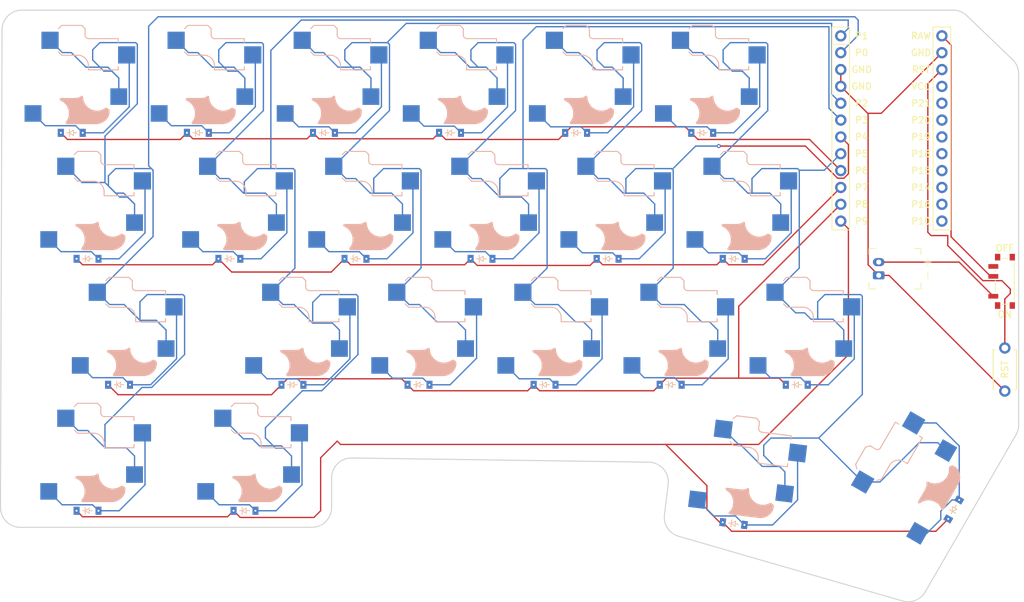
<source format=kicad_pcb>
(kicad_pcb (version 20241229) (generator "pcbnew") (generator_version "9.0")
  (title_block (title "left__side") (date "2026-02-07") (rev "v1.0.0") (company "Unknown"))
  (layers (0 "F.Cu" signal) (2 "B.Cu" signal) (13 "F.Paste" user) (15 "B.Paste" user) (5 "F.SilkS" user "F.Silkscreen") (7 "B.SilkS" user "B.Silkscreen") (1 "F.Mask" user) (3 "B.Mask" user) (25 "Edge.Cuts" user))
  (net 0 "")
  (net 1 "P0")
  (net 2 "esc_default")
  (net 3 "GND")
  (net 4 "P1")
  (net 5 "q_default")
  (net 6 "P2")
  (net 7 "w_default")
  (net 8 "P3")
  (net 9 "e_default")
  (net 10 "P4")
  (net 11 "r_default")
  (net 12 "P5")
  (net 13 "t_default")
  (net 14 "tab_default")
  (net 15 "a_default")
  (net 16 "s_default")
  (net 17 "d_default")
  (net 18 "f_default")
  (net 19 "g_default")
  (net 20 "lshift_default")
  (net 21 "z_default")
  (net 22 "x_default")
  (net 23 "c_default")
  (net 24 "v_default")
  (net 25 "b_default")
  (net 26 "lctrl_default")
  (net 27 "super_default")
  (net 28 "lower_default")
  (net 29 "space_default")
  (net 30 "P6")
  (net 31 "P7")
  (net 32 "P8")
  (net 33 "P9")
  (net 34 "RAW")
  (net 35 "RST")
  (net 36 "VCC")
  (net 37 "P21")
  (net 38 "P20")
  (net 39 "P19")
  (net 40 "P18")
  (net 41 "P15")
  (net 42 "P14")
  (net 43 "P16")
  (net 44 "P10")
  (net 45 "BAT_P")
  (footprint "ComboDiode" (layer "F.Cu") (at 152.25 127)
    (property "Reference" "D9" (hide yes))
    (property "Value" "" (hide yes))
  )
  (footprint "ComboDiode" (layer "F.Cu") (at 142.75 146)
    (property "Reference" "D14" (hide yes))
    (property "Value" "" (hide yes))
  )
  (footprint "ComboDiode" (layer "F.Cu") (at 242.398203 164.8 60)
    (property "Reference" "D22" (hide yes))
    (property "Value" "" (hide yes))
  )
  (footprint "ceoloide:mounting_hole_npth" (layer "F.Cu") (at 191.920503 151.969888 -7)
    (property "Reference" "MH2" (hide yes))
    (property "Value" "")
  )
  (footprint "ComboDiode" (layer "F.Cu") (at 135.53 165)
    (property "Reference" "D20" (hide yes))
    (property "Value" "" (hide yes))
  )
  (footprint "ceoloide:mounting_hole_npth" (layer "F.Cu") (at 122.8 111.4)
    (property "Reference" "MH6" (hide yes))
    (property "Value" "")
  )
  (footprint "ComboDiode" (layer "F.Cu") (at 133.25 127)
    (property "Reference" "D8" (hide yes))
    (property "Value" "" (hide yes))
  )
  (footprint "ceoloide:mcu_nice_nano" (layer "F.Cu") (at 233 106.08)
    (property "Reference" "MCU1" (hide yes))
    (property "Value" "")
  )
  (footprint "ComboDiode" (layer "F.Cu") (at 116.625 146)
    (property "Reference" "D13" (hide yes))
    (property "Value" "" (hide yes))
  )
  (footprint "ComboDiode" (layer "F.Cu") (at 209.25 127)
    (property "Reference" "D12" (hide yes))
    (property "Value" "" (hide yes))
  )
  (footprint "ComboDiode" (layer "F.Cu") (at 109.5 108)
    (property "Reference" "D1" (hide yes))
    (property "Value" "" (hide yes))
  )
  (footprint "ceoloide:reset_switch_tht_top" (layer "F.Cu") (at 250.1 143.7 90)
    (property "Reference" "RST1" (hide yes))
    (property "Value" "")
  )
  (footprint "ceoloide:power_switch_smd_side" (layer "F.Cu") (at 250.1 130.4)
    (property "Reference" "PWR1" (hide yes))
    (property "Value" "")
  )
  (footprint "ceoloide:mounting_hole_npth" (layer "F.Cu") (at 232.05 138)
    (property "Reference" "MH5" (hide yes))
    (property "Value" "")
  )
  (footprint "ceoloide:mounting_hole_npth" (layer "F.Cu") (at 217.8 94.3)
    (property "Reference" "MH3" (hide yes))
    (property "Value" "")
  )
  (footprint "ComboDiode" (layer "F.Cu") (at 128.5 108)
    (property "Reference" "D2" (hide yes))
    (property "Value" "" (hide yes))
  )
  (footprint "ComboDiode" (layer "F.Cu") (at 199.75 146)
    (property "Reference" "D17" (hide yes))
    (property "Value" "" (hide yes))
  )
  (footprint "ComboDiode" (layer "F.Cu") (at 111.875 165)
    (property "Reference" "D19" (hide yes))
    (property "Value" "" (hide yes))
  )
  (footprint "ComboDiode" (layer "F.Cu") (at 180.75 146)
    (property "Reference" "D16" (hide yes))
    (property "Value" "" (hide yes))
  )
  (footprint "ceoloide:mounting_hole_npth" (layer "F.Cu") (at 103.325 138)
    (property "Reference" "MH4" (hide yes))
    (property "Value" "")
  )
  (footprint "ComboDiode" (layer "F.Cu") (at 218.75 146)
    (property "Reference" "D18" (hide yes))
    (property "Value" "" (hide yes))
  )
  (footprint "ComboDiode" (layer "F.Cu") (at 204.5 108)
    (property "Reference" "D6" (hide yes))
    (property "Value" "" (hide yes))
  )
  (footprint "ComboDiode" (layer "F.Cu") (at 111.875 127)
    (property "Reference" "D7" (hide yes))
    (property "Value" "" (hide yes))
  )
  (footprint "ComboDiode" (layer "F.Cu") (at 185.5 108)
    (property "Reference" "D5" (hide yes))
    (property "Value" "" (hide yes))
  )
  (footprint "ceoloide:battery_connector_jst_ph_2" (layer "F.Cu") (at 231.1 128.5 90)
    (property "Reference" "JST1" (hide yes))
    (property "Value" "")
  )
  (footprint "ComboDiode" (layer "F.Cu") (at 190.25 127)
    (property "Reference" "D11" (hide yes))
    (property "Value" "" (hide yes))
  )
  (footprint "ceoloide:mounting_hole_npth" (layer "F.Cu") (at 154.53 151.3)
    (property "Reference" "MH1" (hide yes))
    (property "Value" "")
  )
  (footprint "ComboDiode" (layer "F.Cu") (at 209.225045 166.940369 -7)
    (property "Reference" "D21" (hide yes))
    (property "Value" "" (hide yes))
  )
  (footprint "ComboDiode" (layer "F.Cu") (at 166.5 108)
    (property "Reference" "D4" (hide yes))
    (property "Value" "" (hide yes))
  )
  (footprint "ComboDiode" (layer "F.Cu") (at 147.5 108)
    (property "Reference" "D3" (hide yes))
    (property "Value" "" (hide yes))
  )
  (footprint "ComboDiode" (layer "F.Cu") (at 161.75 146)
    (property "Reference" "D15" (hide yes))
    (property "Value" "" (hide yes))
  )
  (footprint "ComboDiode" (layer "F.Cu") (at 171.25 127)
    (property "Reference" "D10" (hide yes))
    (property "Value" "" (hide yes))
  )
  (footprint "ceoloide:switch_choc_v1_v2" (layer "B.Cu") (at 128.5 100)
    (property "Reference" "S2" (hide yes))
    (property "Value" "")
  )
  (footprint "ceoloide:switch_choc_v1_v2" (layer "B.Cu") (at 180.75 138)
    (property "Reference" "S16" (hide yes))
    (property "Value" "")
  )
  (footprint "ceoloide:switch_choc_v1_v2" (layer "B.Cu") (at 190.25 119)
    (property "Reference" "S11" (hide yes))
    (property "Value" "")
  )
  (footprint "ceoloide:switch_mx" (layer "B.Cu") (at 190.25 119 180)
    (property "Reference" "S33" (hide yes))
    (property "Value" "")
  )
  (footprint "ceoloide:switch_choc_v1_v2" (layer "B.Cu") (at 209.25 119)
    (property "Reference" "S12" (hide yes))
    (property "Value" "")
  )
  (footprint "ceoloide:switch_mx" (layer "B.Cu") (at 199.75 138 180)
    (property "Reference" "S39" (hide yes))
    (property "Value" "")
  )
  (footprint "ceoloide:switch_choc_v1_v2" (layer "B.Cu") (at 142.75 138)
    (property "Reference" "S14" (hide yes))
    (property "Value" "")
  )
  (footprint "ceoloide:switch_choc_v1_v2" (layer "B.Cu") (at 116.625 138)
    (property "Reference" "S13" (hide yes))
    (property "Value" "")
  )
  (footprint "ceoloide:switch_mx" (layer "B.Cu") (at 116.625 138 180)
    (property "Reference" "S35" (hide yes))
    (property "Value" "")
  )
  (footprint "ceoloide:switch_mx" (layer "B.Cu") (at 147.5 100 180)
    (property "Reference" "S25" (hide yes))
    (property "Value" "")
  )
  (footprint "ceoloide:switch_choc_v1_v2" (layer "B.Cu") (at 218.75 138)
    (property "Reference" "S18" (hide yes))
    (property "Value" "")
  )
  (footprint "ceoloide:switch_choc_v1_v2" (layer "B.Cu") (at 161.75 138)
    (property "Reference" "S15" (hide yes))
    (property "Value" "")
  )
  (footprint "ceoloide:switch_choc_v1_v2" (layer "B.Cu") (at 204.5 100)
    (property "Reference" "S6" (hide yes))
    (property "Value" "")
  )
  (footprint "ceoloide:switch_mx" (layer "B.Cu") (at 142.75 138 180)
    (property "Reference" "S36" (hide yes))
    (property "Value" "")
  )
  (footprint "ceoloide:switch_mx" (layer "B.Cu") (at 180.75 138 180)
    (property "Reference" "S38" (hide yes))
    (property "Value" "")
  )
  (footprint "ceoloide:switch_mx" (layer "B.Cu") (at 111.875 157 180)
    (property "Reference" "S41" (hide yes))
    (property "Value" "")
  )
  (footprint "ceoloide:switch_mx" (layer "B.Cu") (at 235.47 160.8 -120)
    (property "Reference" "S44" (hide yes))
    (property "Value" "")
  )
  (footprint "ceoloide:switch_choc_v1_v2" (layer "B.Cu") (at 111.875 157)
    (property "Reference" "S19" (hide yes))
    (property "Value" "")
  )
  (footprint "ceoloide:switch_mx" (layer "B.Cu") (at 171.25 119 180)
    (property "Reference" "S32" (hide yes))
    (property "Value" "")
  )
  (footprint "ceoloide:switch_choc_v1_v2" (layer "B.Cu") (at 152.25 119)
    (property "Reference" "S9" (hide yes))
    (property "Value" "")
  )
  (footprint "ceoloide:switch_mx" (layer "B.Cu") (at 135.53 157 180)
    (property "Reference" "S42" (hide yes))
    (property "Value" "")
  )
  (footprint "ceoloide:switch_mx" (layer "B.Cu") (at 111.875 119 180)
    (property "Reference" "S29" (hide yes))
    (property "Value" "")
  )
  (footprint "ceoloide:switch_mx" (layer "B.Cu") (at 210.2 159 173)
    (property "Reference" "S43" (hide yes))
    (property "Value" "")
  )
  (footprint "ceoloide:switch_mx" (layer "B.Cu") (at 185.5 100 180)
    (property "Reference" "S27" (hide yes))
    (property "Value" "")
  )
  (footprint "ceoloide:switch_mx" (layer "B.Cu") (at 161.75 138 180)
    (property "Reference" "S37" (hide yes))
    (property "Value" "")
  )
  (footprint "ceoloide:switch_choc_v1_v2" (layer "B.Cu") (at 109.5 100)
    (property "Reference" "S1" (hide yes))
    (property "Value" "")
  )
  (footprint "ceoloide:switch_mx" (layer "B.Cu") (at 152.25 119 180)
    (property "Reference" "S31" (hide yes))
    (property "Value" "")
  )
  (footprint "ceoloide:switch_mx" (layer "B.Cu") (at 133.25 119 180)
    (property "Reference" "S30" (hide yes))
    (property "Value" "")
  )
  (footprint "ceoloide:switch_choc_v1_v2" (layer "B.Cu") (at 135.53 157)
    (property "Reference" "S20" (hide yes))
    (property "Value" "")
  )
  (footprint "ceoloide:switch_choc_v1_v2" (layer "B.Cu") (at 199.75 138)
    (property "Reference" "S17" (hide yes))
    (property "Value" "")
  )
  (footprint "ceoloide:switch_choc_v1_v2" (layer "B.Cu") (at 185.5 100)
    (property "Reference" "S5" (hide yes))
    (property "Value" "")
  )
  (footprint "ceoloide:switch_choc_v1_v2" (layer "B.Cu") (at 133.25 119)
    (property "Reference" "S8" (hide yes))
    (property "Value" "")
  )
  (footprint "ceoloide:switch_mx" (layer "B.Cu") (at 166.5 100 180)
    (property "Reference" "S26" (hide yes))
    (property "Value" "")
  )
  (footprint "ceoloide:switch_choc_v1_v2" (layer "B.Cu") (at 111.875 119)
    (property "Reference" "S7" (hide yes))
    (property "Value" "")
  )
  (footprint "ceoloide:switch_mx" (layer "B.Cu") (at 109.5 100 180)
    (property "Reference" "S23" (hide yes))
    (property "Value" "")
  )
  (footprint "ceoloide:switch_choc_v1_v2" (layer "B.Cu") (at 235.47 160.8 60)
    (property "Reference" "S22" (hide yes))
    (property "Value" "")
  )
  (footprint "ceoloide:switch_mx" (layer "B.Cu") (at 218.75 138 180)
    (property "Reference" "S40" (hide yes))
    (property "Value" "")
  )
  (footprint "ceoloide:switch_choc_v1_v2" (layer "B.Cu") (at 210.2 159 -7)
    (property "Reference" "S21" (hide yes))
    (property "Value" "")
  )
  (footprint "ceoloide:switch_choc_v1_v2" (layer "B.Cu") (at 166.5 100)
    (property "Reference" "S4" (hide yes))
    (property "Value" "")
  )
  (footprint "ceoloide:switch_mx" (layer "B.Cu") (at 209.25 119 180)
    (property "Reference" "S34" (hide yes))
    (property "Value" "")
  )
  (footprint "ceoloide:switch_choc_v1_v2" (layer "B.Cu") (at 171.25 119)
    (property "Reference" "S10" (hide yes))
    (property "Value" "")
  )
  (footprint "ceoloide:switch_mx" (layer "B.Cu") (at 204.5 100 180)
    (property "Reference" "S28" (hide yes))
    (property "Value" "")
  )
  (footprint "ceoloide:switch_mx" (layer "B.Cu") (at 128.5 100 180)
    (property "Reference" "S24" (hide yes))
    (property "Value" "")
  )
  (footprint "ceoloide:switch_choc_v1_v2" (layer "B.Cu") (at 147.5 100)
    (property "Reference" "S3" (hide yes))
    (property "Value" "")
  )
  (gr_arc (start 238.112878 177.2224) (mid 236.635534 178.505198) (end 234.681491 178.604343) (stroke (width 0.15)) (layer "Edge.Cuts"))
  (gr_line (start 151.697269 157.042868) (end 196.435471 157.673269) (stroke (width 0.15)) (layer "Edge.Cuts"))
  (gr_line (start 242.292821 89.5) (end 101.9904 89.5) (stroke (width 0.15)) (layer "Edge.Cuts"))
  (gr_arc (start 252.188267 152.039265) (mid 252.086052 152.815725) (end 251.786343 153.539265) (stroke (width 0.15)) (layer "Edge.Cuts"))
  (gr_arc (start 251.26617 96.957648) (mid 251.948134 97.945441) (end 252.188267 99.121514) (stroke (width 0.15)) (layer "Edge.Cuts"))
  (gr_arc (start 148.655 164.5) (mid 147.77632 166.62132) (end 145.655 167.5) (stroke (width 0.15)) (layer "Edge.Cuts"))
  (gr_arc (start 148.655 160.04257) (mid 149.548688 157.906377) (end 151.697269 157.042868) (stroke (width 0.15)) (layer "Edge.Cuts"))
  (gr_line (start 98.990415 92.490385) (end 98.759646 164.490385) (stroke (width 0.15)) (layer "Edge.Cuts"))
  (gr_arc (start 200.954523 168.852223) (mid 199.284331 167.62332) (end 198.810195 165.604673) (stroke (width 0.15)) (layer "Edge.Cuts"))
  (gr_line (start 101.759631 167.5) (end 145.655 167.5) (stroke (width 0.15)) (layer "Edge.Cuts"))
  (gr_line (start 251.26617 96.957648) (end 244.370725 90.336134) (stroke (width 0.15)) (layer "Edge.Cuts"))
  (gr_line (start 148.655 164.5) (end 148.655 160.04257) (stroke (width 0.15)) (layer "Edge.Cuts"))
  (gr_line (start 252.188267 152.039265) (end 252.188267 99.121514) (stroke (width 0.15)) (layer "Edge.Cuts"))
  (gr_line (start 199.370841 161.038579) (end 198.810195 165.604673) (stroke (width 0.15)) (layer "Edge.Cuts"))
  (gr_line (start 200.954523 168.852223) (end 234.681491 178.604343) (stroke (width 0.15)) (layer "Edge.Cuts"))
  (gr_arc (start 196.435471 157.673269) (mid 198.654029 158.700989) (end 199.370841 161.038579) (stroke (width 0.15)) (layer "Edge.Cuts"))
  (gr_arc (start 98.990415 92.490385) (mid 99.872482 90.375283) (end 101.9904 89.5) (stroke (width 0.15)) (layer "Edge.Cuts"))
  (gr_line (start 238.112878 177.2224) (end 251.786343 153.539265) (stroke (width 0.15)) (layer "Edge.Cuts"))
  (gr_arc (start 242.292821 89.5) (mid 243.412728 89.716879) (end 244.370725 90.336134) (stroke (width 0.15)) (layer "Edge.Cuts"))
  (gr_arc (start 101.759631 167.5) (mid 99.634894 166.617929) (end 98.759646 164.490385) (stroke (width 0.15)) (layer "Edge.Cuts"))
  (segment (start 121.082 112.98) (end 121.082 91.918) (width 0.2) (layer "B.Cu") (net 1))
  (segment (start 114.503646 115.496354) (end 114.5 115.492709) (width 0.2) (layer "B.Cu") (net 1))
  (segment (start 116.108291 113.399) (end 115.024 114.483291) (width 0.2) (layer "B.Cu") (net 1))
  (segment (start 118.96 118.745108) (end 117.315892 117.101) (width 0.2) (layer "B.Cu") (net 1))
  (segment (start 109.432923 95.901) (end 108.076 95.901) (width 0.2) (layer "B.Cu") (net 1))
  (segment (start 122.238892 136.274) (end 123.71 137.745108) (width 0.2) (layer "B.Cu") (net 1))
  (segment (start 114.940892 98.101) (end 111.632923 98.101) (width 0.2) (layer "B.Cu") (net 1))
  (segment (start 115.201 133.901) (end 113.35 132.05) (width 0.2) (layer "B.Cu") (net 1))
  (segment (start 122.5 90.5) (end 227.5 90.5) (width 0.2) (layer "B.Cu") (net 1))
  (segment (start 118.96 159.54) (end 118.96 156.745108) (width 0.2) (layer "B.Cu") (net 1))
  (segment (start 116.585 99.745108) (end 114.940892 98.101) (width 0.2) (layer "B.Cu") (net 1))
  (segment (start 112.649 95.483291) (end 112.649 97.016709) (width 0.2) (layer "B.Cu") (net 1))
  (segment (start 123.71 137.745108) (end 123.71 140.54) (width 0.2) (layer "B.Cu") (net 1))
  (segment (start 113.35 132.05) (end 121.751 123.649) (width 0.2) (layer "B.Cu") (net 1))
  (segment (start 116.585 99.745108) (end 116.585 102.54) (width 0.2) (layer "B.Cu") (net 1))
  (segment (start 114.5 115.492709) (end 111.042709 115.492709) (width 0.2) (layer "B.Cu") (net 1))
  (segment (start 119.376 103.624) (end 119.376 94.649) (width 0.2) (layer "B.Cu") (net 1))
  (segment (start 114.5 155.5) (end 114.5 152) (width 0.2) (layer "B.Cu") (net 1))
  (segment (start 121.5431 146.401) (end 126.501 141.4431) (width 0.2) (layer "B.Cu") (net 1))
  (segment (start 114.503646 115.496354) (end 114.503646 108.496354) (width 0.2) (layer "B.Cu") (net 1))
  (segment (start 115.024 114.483291) (end 115.024 116.016709) (width 0.2) (layer "B.Cu") (net 1))
  (segment (start 115.024 116.016709) (end 116.706291 117.699) (width 0.2) (layer "B.Cu") (net 1))
  (segment (start 120.858291 132.399) (end 119.774 133.483291) (width 0.2) (layer "B.Cu") (net 1))
  (segment (start 118.96 118.745108) (end 118.96 121.54) (width 0.2) (layer "B.Cu") (net 1))
  (segment (start 114.5 152) (end 120.099 146.401) (width 0.2) (layer "B.Cu") (net 1))
  (segment (start 122.464892 136.5) (end 119.990709 136.5) (width 0.2) (layer "B.Cu") (net 1))
  (segment (start 126.501 132.649) (end 126.251 132.399) (width 0.2) (layer "B.Cu") (net 1))
  (segment (start 115.538892 98.699) (end 116.585 99.745108) (width 0.2) (layer "B.Cu") (net 1))
  (segment (start 111.632923 98.101) (end 109.432923 95.901) (width 0.2) (layer "B.Cu") (net 1))
  (segment (start 117.913892 117.699) (end 118.96 118.745108) (width 0.2) (layer "B.Cu") (net 1))
  (segment (start 113.733291 94.399) (end 112.649 95.483291) (width 0.2) (layer "B.Cu") (net 1))
  (segment (start 126.251 132.399) (end 120.858291 132.399) (width 0.2) (layer "B.Cu") (net 1))
  (segment (start 119.126 94.399) (end 113.733291 94.399) (width 0.2) (layer "B.Cu") (net 1))
  (segment (start 108.076 95.901) (end 106.225 94.05) (width 0.2) (layer "B.Cu") (net 1))
  (segment (start 227.5 90.5) (end 228 91) (width 0.2) (layer "B.Cu") (net 1))
  (segment (start 111.901 152.901) (end 110.451 152.901) (width 0.2) (layer "B.Cu") (net 1))
  (segment (start 111.042709 115.492709) (end 108.6 113.05) (width 0.2) (layer "B.Cu") (net 1))
  (segment (start 114.331291 98.699) (end 115.538892 98.699) (width 0.2) (layer "B.Cu") (net 1))
  (segment (start 123.71 137.745108) (end 122.464892 136.5) (width 0.2) (layer "B.Cu") (net 1))
  (segment (start 121.501 113.399) (end 116.108291 113.399) (width 0.2) (layer "B.Cu") (net 1))
  (segment (start 119.774 133.483291) (end 119.774 136.274) (width 0.2) (layer "B.Cu") (net 1))
  (segment (start 110.451 152.901) (end 108.6 151.05) (width 0.2) (layer "B.Cu") (net 1))
  (segment (start 116.108291 117.101) (end 114.503646 115.496354) (width 0.2) (layer "B.Cu") (net 1))
  (segment (start 121.751 123.649) (end 121.751 113.649) (width 0.2) (layer "B.Cu") (net 1))
  (segment (start 114.5 155.5) (end 111.901 152.901) (width 0.2) (layer "B.Cu") (net 1))
  (segment (start 126.501 141.4431) (end 126.501 132.649) (width 0.2) (layer "B.Cu") (net 1))
  (segment (start 117.315892 117.101) (end 116.108291 117.101) (width 0.2) (layer "B.Cu") (net 1))
  (segment (start 116.706291 117.699) (end 117.913892 117.699) (width 0.2) (layer "B.Cu") (net 1))
  (segment (start 228 91) (end 228 93.3) (width 0.2) (layer "B.Cu") (net 1))
  (segment (start 117.391709 133.901) (end 115.201 133.901) (width 0.2) (layer "B.Cu") (net 1))
  (segment (start 118.96 156.745108) (end 117.714892 155.5) (width 0.2) (layer "B.Cu") (net 1))
  (segment (start 119.774 136.274) (end 122.238892 136.274) (width 0.2) (layer "B.Cu") (net 1))
  (segment (start 119.376 94.649) (end 119.126 94.399) (width 0.2) (layer "B.Cu") (net 1))
  (segment (start 117.714892 155.5) (end 114.5 155.5) (width 0.2) (layer "B.Cu") (net 1))
  (segment (start 121.751 113.649) (end 121.501 113.399) (width 0.2) (layer "B.Cu") (net 1))
  (segment (start 228 93.3) (end 225.38 95.92) (width 0.2) (layer "B.Cu") (net 1))
  (segment (start 114.503646 108.496354) (end 119.376 103.624) (width 0.2) (layer "B.Cu") (net 1))
  (segment (start 121.082 91.918) (end 122.5 90.5) (width 0.2) (layer "B.Cu") (net 1))
  (segment (start 121.751 113.649) (end 121.082 112.98) (width 0.2) (layer "B.Cu") (net 1))
  (segment (start 112.649 97.016709) (end 114.331291 98.699) (width 0.2) (layer "B.Cu") (net 1))
  (segment (start 119.990709 136.5) (end 117.391709 133.901) (width 0.2) (layer "B.Cu") (net 1))
  (segment (start 120.099 146.401) (end 121.5431 146.401) (width 0.2) (layer "B.Cu") (net 1))
  (segment (start 111.15 108) (end 114.252 108) (width 0.2) (layer "B.Cu") (net 2))
  (segment (start 111.15 108) (end 110.081 106.931) (width 0.2) (layer "B.Cu") (net 2))
  (segment (start 118.161 96.636) (end 117.775 96.25) (width 0.2) (layer "B.Cu") (net 2))
  (segment (start 105.509 106.931) (end 103.658 105.08) (width 0.2) (layer "B.Cu") (net 2))
  (segment (start 110.081 106.931) (end 105.509 106.931) (width 0.2) (layer "B.Cu") (net 2))
  (segment (start 118.161 104.091) (end 118.161 96.636) (width 0.2) (layer "B.Cu") (net 2))
  (segment (start 114.252 108) (end 118.161 104.091) (width 0.2) (layer "B.Cu") (net 2))
  (segment (start 229.5 105.12) (end 229.44 105.06) (width 0.2) (layer "F.Cu") (net 3))
  (segment (start 229.5 127.9) (end 229.5 105.12) (width 0.2) (layer "F.Cu") (net 3))
  (segment (start 229.44 105.06) (end 225.38 101) (width 0.2) (layer "F.Cu") (net 3))
  (segment (start 250.1 146.95) (end 232.65 129.5) (width 0.2) (layer "F.Cu") (net 3))
  (segment (start 229.44 105.06) (end 231.48 105.06) (width 0.2) (layer "F.Cu") (net 3))
  (segment (start 231.48 105.06) (end 240.62 95.92) (width 0.2) (layer "F.Cu") (net 3))
  (segment (start 231.1 129.5) (end 229.5 127.9) (width 0.2) (layer "F.Cu") (net 3))
  (segment (start 232.65 129.5) (end 231.1 129.5) (width 0.2) (layer "F.Cu") (net 3))
  (segment (start 225.38 101) (end 225.38 98.46) (width 0.2) (layer "F.Cu") (net 3))
  (segment (start 141.434946 155.565054) (end 141.08893 155.219038) (width 0.2) (layer "B.Cu") (net 4))
  (segment (start 142.615 159.54) (end 142.615 156.745108) (width 0.2) (layer "B.Cu") (net 4))
  (segment (start 128.5 95.901) (end 127.076 95.901) (width 0.2) (layer "B.Cu") (net 4))
  (segment (start 135.585 99.745108) (end 135.585 102.54) (width 0.2) (layer "B.Cu") (net 4))
  (segment (start 226.5 91) (end 226.5 92.26) (width 0.2) (layer "B.Cu") (net 4))
  (segment (start 137.483291 113.399) (end 135.5 115.382291) (width 0.2) (layer "B.Cu") (net 4))
  (segment (start 139.5 95.573) (end 144.073 91) (width 0.2) (layer "B.Cu") (net 4))
  (segment (start 131.826 114.901) (end 129.975 113.05) (width 0.2) (layer "B.Cu") (net 4))
  (segment (start 144.073 91) (end 226.5 91) (width 0.2) (layer "B.Cu") (net 4))
  (segment (start 138.679 152.483291) (end 144.261291 146.901) (width 0.2) (layer "B.Cu") (net 4))
  (segment (start 140.227345 155.565054) (end 138.679 154.016709) (width 0.2) (layer "B.Cu") (net 4))
  (segment (start 130.7 98.101) (end 128.5 95.901) (width 0.2) (layer "B.Cu") (net 4))
  (segment (start 140.335 121.54) (end 140.335 118.745108) (width 0.2) (layer "B.Cu") (net 4))
  (segment (start 140.335 118.745108) (end 138.690892 117.101) (width 0.2) (layer "B.Cu") (net 4))
  (segment (start 139.5 113.399) (end 139.5 95.573) (width 0.2) (layer "B.Cu") (net 4))
  (segment (start 152.626 141.4431) (end 152.626 132.649) (width 0.2) (layer "B.Cu") (net 4))
  (segment (start 141.326 133.901) (end 139.475 132.05) (width 0.2) (layer "B.Cu") (net 4))
  (segment (start 144.261291 146.901) (end 147.1681 146.901) (width 0.2) (layer "B.Cu") (net 4))
  (segment (start 147.1681 146.901) (end 152.626 141.4431) (width 0.2) (layer "B.Cu") (net 4))
  (segment (start 131.649 95.483291) (end 131.649 97.306892) (width 0.2) (layer "B.Cu") (net 4))
  (segment (start 152.626 132.649) (end 152.376 132.399) (width 0.2) (layer "B.Cu") (net 4))
  (segment (start 135.382923 117.101) (end 133.182923 114.901) (width 0.2) (layer "B.Cu") (net 4))
  (segment (start 138.376 94.649) (end 138.126 94.399) (width 0.2) (layer "B.Cu") (net 4))
  (segment (start 143 133.901) (end 141.326 133.901) (width 0.2) (layer "B.Cu") (net 4))
  (segment (start 138.376 104.649) (end 138.376 94.649) (width 0.2) (layer "B.Cu") (net 4))
  (segment (start 129.975 113.05) (end 138.376 104.649) (width 0.2) (layer "B.Cu") (net 4))
  (segment (start 139.475 132.05) (end 143.126 128.399) (width 0.2) (layer "B.Cu") (net 4))
  (segment (start 136.710923 154.149) (end 135.354 154.149) (width 0.2) (layer "B.Cu") (net 4))
  (segment (start 135.585 99.745108) (end 133.940892 98.101) (width 0.2) (layer "B.Cu") (net 4))
  (segment (start 149.835 140.54) (end 149.835 137.745108) (width 0.2) (layer "B.Cu") (net 4))
  (segment (start 133.182923 114.901) (end 131.826 114.901) (width 0.2) (layer "B.Cu") (net 4))
  (segment (start 131.649 97.306892) (end 133.041108 98.699) (width 0.2) (layer "B.Cu") (net 4))
  (segment (start 139.5 113.399) (end 137.483291 113.399) (width 0.2) (layer "B.Cu") (net 4))
  (segment (start 138.690892 117.101) (end 135.5 117.101) (width 0.2) (layer "B.Cu") (net 4))
  (segment (start 143.126 128.399) (end 143.126 113.649) (width 0.2) (layer "B.Cu") (net 4))
  (segment (start 141.08893 155.219038) (end 137.780961 155.219038) (width 0.2) (layer "B.Cu") (net 4))
  (segment (start 142.876 113.399) (end 139.5 113.399) (width 0.2) (layer "B.Cu") (net 4))
  (segment (start 149.835 137.745108) (end 148.788892 136.699) (width 0.2) (layer "B.Cu") (net 4))
  (segment (start 133.041108 98.699) (end 134.538892 98.699) (width 0.2) (layer "B.Cu") (net 4))
  (segment (start 142.615 156.745108) (end 141.434946 155.565054) (width 0.2) (layer "B.Cu") (net 4))
  (segment (start 226.5 92.26) (end 225.38 93.38) (width 0.2) (layer "B.Cu") (net 4))
  (segment (start 135.5 117.101) (end 135.382923 117.101) (width 0.2) (layer "B.Cu") (net 4))
  (segment (start 135.5 115.382291) (end 135.5 117.101) (width 0.2) (layer "B.Cu") (net 4))
  (segment (start 138.126 94.399) (end 132.733291 94.399) (width 0.2) (layer "B.Cu") (net 4))
  (segment (start 137.780961 155.219038) (end 136.710923 154.149) (width 0.2) (layer "B.Cu") (net 4))
  (segment (start 145.798 136.699) (end 143 133.901) (width 0.2) (layer "B.Cu") (net 4))
  (segment (start 145.798 133.584291) (end 145.798 136.699) (width 0.2) (layer "B.Cu") (net 4))
  (segment (start 134.538892 98.699) (end 135.585 99.745108) (width 0.2) (layer "B.Cu") (net 4))
  (segment (start 127.076 95.901) (end 125.225 94.05) (width 0.2) (layer "B.Cu") (net 4))
  (segment (start 132.733291 94.399) (end 131.649 95.483291) (width 0.2) (layer "B.Cu") (net 4))
  (segment (start 148.788892 136.699) (end 145.798 136.699) (width 0.2) (layer "B.Cu") (net 4))
  (segment (start 152.376 132.399) (end 146.983291 132.399) (width 0.2) (layer "B.Cu") (net 4))
  (segment (start 143.126 113.649) (end 142.876 113.399) (width 0.2) (layer "B.Cu") (net 4))
  (segment (start 133.940892 98.101) (end 130.7 98.101) (width 0.2) (layer "B.Cu") (net 4))
  (segment (start 146.983291 132.399) (end 145.798 133.584291) (width 0.2) (layer "B.Cu") (net 4))
  (segment (start 141.434946 155.565054) (end 140.227345 155.565054) (width 0.2) (layer "B.Cu") (net 4))
  (segment (start 138.679 154.016709) (end 138.679 152.483291) (width 0.2) (layer "B.Cu") (net 4))
  (segment (start 135.354 154.149) (end 132.255 151.05) (width 0.2) (layer "B.Cu") (net 4))
  (segment (start 129.081 106.931) (end 124.509 106.931) (width 0.2) (layer "B.Cu") (net 5))
  (segment (start 133.252 108) (end 137.161 104.091) (width 0.2) (layer "B.Cu") (net 5))
  (segment (start 137.161 96.636) (end 136.775 96.25) (width 0.2) (layer "B.Cu") (net 5))
  (segment (start 124.509 106.931) (end 122.658 105.08) (width 0.2) (layer "B.Cu") (net 5))
  (segment (start 130.15 108) (end 129.081 106.931) (width 0.2) (layer "B.Cu") (net 5))
  (segment (start 130.15 108) (end 133.252 108) (width 0.2) (layer "B.Cu") (net 5))
  (segment (start 137.161 104.091) (end 137.161 96.636) (width 0.2) (layer "B.Cu") (net 5))
  (segment (start 168.835 140.54) (end 168.835 137.745108) (width 0.2) (layer "B.Cu") (net 6))
  (segment (start 155 117.101) (end 154.481923 117.101) (width 0.2) (layer "B.Cu") (net 6))
  (segment (start 159.899 91.5) (end 224 91.5) (width 0.2) (layer "B.Cu") (net 6))
  (segment (start 162.126 128.399) (end 162.126 113.649) (width 0.2) (layer "B.Cu") (net 6))
  (segment (start 157.126 94.399) (end 157 94.399) (width 0.2) (layer "B.Cu") (net 6))
  (segment (start 154.585 99.745108) (end 154.585 102.54) (width 0.2) (layer "B.Cu") (net 6))
  (segment (start 149.632923 98.101) (end 147.432923 95.901) (width 0.2) (layer "B.Cu") (net 6))
  (segment (start 157 94.399) (end 151.733291 94.399) (width 0.2) (layer "B.Cu") (net 6))
  (segment (start 150.826 114.901) (end 148.975 113.05) (width 0.2) (layer "B.Cu") (net 6))
  (segment (start 161.876 113.399) (end 156.483291 113.399) (width 0.2) (layer "B.Cu") (net 6))
  (segment (start 160.326 133.901) (end 158.475 132.05) (width 0.2) (layer "B.Cu") (net 6))
  (segment (start 150.649 97.016709) (end 152.132291 98.5) (width 0.2) (layer "B.Cu") (net 6))
  (segment (start 157.376 94.649) (end 157.126 94.399) (width 0.2) (layer "B.Cu") (net 6))
  (segment (start 157.376 104.649) (end 157.376 94.649) (width 0.2) (layer "B.Cu") (net 6))
  (segment (start 150.649 95.483291) (end 150.649 97.016709) (width 0.2) (layer "B.Cu") (net 6))
  (segment (start 152.281923 114.901) (end 150.826 114.901) (width 0.2) (layer "B.Cu") (net 6))
  (segment (start 153.339892 98.5) (end 154.585 99.745108) (width 0.2) (layer "B.Cu") (net 6))
  (segment (start 148.975 113.05) (end 157.376 104.649) (width 0.2) (layer "B.Cu") (net 6))
  (segment (start 158.475 132.05) (end 162.126 128.399) (width 0.2) (layer "B.Cu") (net 6))
  (segment (start 155 114.882291) (end 155 117.101) (width 0.2) (layer "B.Cu") (net 6))
  (segment (start 164.5 136.5) (end 161.901 133.901) (width 0.2) (layer "B.Cu") (net 6))
  (segment (start 162.126 113.649) (end 161.876 113.399) (width 0.2) (layer "B.Cu") (net 6))
  (segment (start 224 91.5) (end 224 102.16) (width 0.2) (layer "B.Cu") (net 6))
  (segment (start 146.076 95.901) (end 144.225 94.05) (width 0.2) (layer "B.Cu") (net 6))
  (segment (start 157 94.399) (end 159.899 91.5) (width 0.2) (layer "B.Cu") (net 6))
  (segment (start 159.335 118.745108) (end 157.690892 117.101) (width 0.2) (layer "B.Cu") (net 6))
  (segment (start 154.481923 117.101) (end 152.281923 114.901) (width 0.2) (layer "B.Cu") (net 6))
  (segment (start 157.690892 117.101) (end 155 117.101) (width 0.2) (layer "B.Cu") (net 6))
  (segment (start 147.432923 95.901) (end 146.076 95.901) (width 0.2) (layer "B.Cu") (net 6))
  (segment (start 224 102.16) (end 225.38 103.54) (width 0.2) (layer "B.Cu") (net 6))
  (segment (start 156.483291 113.399) (end 155 114.882291) (width 0.2) (layer "B.Cu") (net 6))
  (segment (start 152.132291 98.5) (end 153.339892 98.5) (width 0.2) (layer "B.Cu") (net 6))
  (segment (start 152.940892 98.101) (end 149.632923 98.101) (width 0.2) (layer "B.Cu") (net 6))
  (segment (start 151.733291 94.399) (end 150.649 95.483291) (width 0.2) (layer "B.Cu") (net 6))
  (segment (start 159.335 121.54) (end 159.335 118.745108) (width 0.2) (layer "B.Cu") (net 6))
  (segment (start 168.835 137.745108) (end 167.589892 136.5) (width 0.2) (layer "B.Cu") (net 6))
  (segment (start 161.901 133.901) (end 160.326 133.901) (width 0.2) (layer "B.Cu") (net 6))
  (segment (start 154.585 99.745108) (end 152.940892 98.101) (width 0.2) (layer "B.Cu") (net 6))
  (segment (start 167.589892 136.5) (end 164.5 136.5) (width 0.2) (layer "B.Cu") (net 6))
  (segment (start 143.677 107.099) (end 141.658 105.08) (width 0.2) (layer "B.Cu") (net 7))
  (segment (start 156.161 96.636) (end 155.775 96.25) (width 0.2) (layer "B.Cu") (net 7))
  (segment (start 149.15 108) (end 152.252 108) (width 0.2) (layer "B.Cu") (net 7))
  (segment (start 148.249 107.099) (end 143.677 107.099) (width 0.2) (layer "B.Cu") (net 7))
  (segment (start 152.252 108) (end 156.161 104.091) (width 0.2) (layer "B.Cu") (net 7))
  (segment (start 149.15 108) (end 148.249 107.099) (width 0.2) (layer "B.Cu") (net 7))
  (segment (start 156.161 104.091) (end 156.161 96.636) (width 0.2) (layer "B.Cu") (net 7))
  (segment (start 174 114.882291) (end 174 117.699) (width 0.2) (layer "B.Cu") (net 8))
  (segment (start 223.599 92) (end 223.599 104.299) (width 0.2) (layer "B.Cu") (net 8))
  (segment (start 171.182923 114.901) (end 169.826 114.901) (width 0.2) (layer "B.Cu") (net 8))
  (segment (start 176.376 104.649) (end 176.376 94.649) (width 0.2) (layer "B.Cu") (net 8))
  (segment (start 179.5 92) (end 223.599 92) (width 0.2) (layer "B.Cu") (net 8))
  (segment (start 187.835 140.54) (end 187.835 137.745108) (width 0.2) (layer "B.Cu") (net 8))
  (segment (start 165.076 95.901) (end 163.225 94.05) (width 0.2) (layer "B.Cu") (net 8))
  (segment (start 178.335 121.54) (end 178.335 118.745108) (width 0.2) (layer "B.Cu") (net 8))
  (segment (start 177.5 113.399) (end 177.5 94) (width 0.2) (layer "B.Cu") (net 8))
  (segment (start 169.826 114.901) (end 167.975 113.05) (width 0.2) (layer "B.Cu") (net 8))
  (segment (start 170.733291 98.101) (end 171.940892 98.101) (width 0.2) (layer "B.Cu") (net 8))
  (segment (start 180.876 113.399) (end 177.5 113.399) (width 0.2) (layer "B.Cu") (net 8))
  (segment (start 167.975 113.05) (end 176.376 104.649) (width 0.2) (layer "B.Cu") (net 8))
  (segment (start 167.266709 95.901) (end 165.076 95.901) (width 0.2) (layer "B.Cu") (net 8))
  (segment (start 171.940892 98.101) (end 173.585 99.745108) (width 0.2) (layer "B.Cu") (net 8))
  (segment (start 182.783291 133.901) (end 179.326 133.901) (width 0.2) (layer "B.Cu") (net 8))
  (segment (start 170.733291 94.399) (end 169.649 95.483291) (width 0.2) (layer "B.Cu") (net 8))
  (segment (start 185.382291 136.5) (end 182.783291 133.901) (width 0.2) (layer "B.Cu") (net 8))
  (segment (start 169.466709 98.101) (end 167.266709 95.901) (width 0.2) (layer "B.Cu") (net 8))
  (segment (start 179.326 133.901) (end 177.475 132.05) (width 0.2) (layer "B.Cu") (net 8))
  (segment (start 178.335 118.745108) (end 177.288892 117.699) (width 0.2) (layer "B.Cu") (net 8))
  (segment (start 173.980923 117.699) (end 171.182923 114.901) (width 0.2) (layer "B.Cu") (net 8))
  (segment (start 223.599 104.299) (end 225.38 106.08) (width 0.2) (layer "B.Cu") (net 8))
  (segment (start 177.288892 117.699) (end 174 117.699) (width 0.2) (layer "B.Cu") (net 8))
  (segment (start 177.5 94) (end 179.5 92) (width 0.2) (layer "B.Cu") (net 8))
  (segment (start 173.585 99.745108) (end 173.585 102.54) (width 0.2) (layer "B.Cu") (net 8))
  (segment (start 186.589892 136.5) (end 185.382291 136.5) (width 0.2) (layer "B.Cu") (net 8))
  (segment (start 176.376 94.649) (end 176.126 94.399) (width 0.2) (layer "B.Cu") (net 8))
  (segment (start 171.940892 98.101) (end 169.466709 98.101) (width 0.2) (layer "B.Cu") (net 8))
  (segment (start 177.475 132.05) (end 181.126 128.399) (width 0.2) (layer "B.Cu") (net 8))
  (segment (start 169.649 97.016709) (end 170.733291 98.101) (width 0.2) (layer "B.Cu") (net 8))
  (segment (start 169.649 95.483291) (end 169.649 97.016709) (width 0.2) (layer "B.Cu") (net 8))
  (segment (start 187.835 137.745108) (end 186.589892 136.5) (width 0.2) (layer "B.Cu") (net 8))
  (segment (start 181.126 128.399) (end 181.126 113.649) (width 0.2) (layer "B.Cu") (net 8))
  (segment (start 174 117.699) (end 173.980923 117.699) (width 0.2) (layer "B.Cu") (net 8))
  (segment (start 175.483291 113.399) (end 174 114.882291) (width 0.2) (layer "B.Cu") (net 8))
  (segment (start 177.5 113.399) (end 175.483291 113.399) (width 0.2) (layer "B.Cu") (net 8))
  (segment (start 176.126 94.399) (end 170.733291 94.399) (width 0.2) (layer "B.Cu") (net 8))
  (segment (start 181.126 113.649) (end 180.876 113.399) (width 0.2) (layer "B.Cu") (net 8))
  (segment (start 168.15 108) (end 167.15 107) (width 0.2) (layer "B.Cu") (net 9))
  (segment (start 175.161 104.091) (end 175.161 96.636) (width 0.2) (layer "B.Cu") (net 9))
  (segment (start 175.161 96.636) (end 174.775 96.25) (width 0.2) (layer "B.Cu") (net 9))
  (segment (start 168.15 108) (end 171.252 108) (width 0.2) (layer "B.Cu") (net 9))
  (segment (start 167.15 107) (end 162.578 107) (width 0.2) (layer "B.Cu") (net 9))
  (segment (start 171.252 108) (end 175.161 104.091) (width 0.2) (layer "B.Cu") (net 9))
  (segment (start 162.578 107) (end 160.658 105.08) (width 0.2) (layer "B.Cu") (net 9))
  (segment (start 224.90324 114.851) (end 225.85676 114.851) (width 0.2) (layer "F.Cu") (net 10))
  (segment (start 226.531 114.17676) (end 226.531 109.771) (width 0.2) (layer "F.Cu") (net 10))
  (segment (start 225.85676 114.851) (end 226.531 114.17676) (width 0.2) (layer "F.Cu") (net 10))
  (segment (start 220.05224 110) (end 224.90324 114.851) (width 0.2) (layer "F.Cu") (net 10))
  (segment (start 226.531 109.771) (end 225.38 108.62) (width 0.2) (layer "F.Cu") (net 10))
  (segment (start 207 110) (end 220.05224 110) (width 0.2) (layer "F.Cu") (net 10))
  (via (at 207 110) (size 0.6) (drill 0.3) (layers "F.Cu" "B.Cu") (net 10))
  (segment (start 194.483291 113.399) (end 193 114.882291) (width 0.2) (layer "B.Cu") (net 10))
  (segment (start 204.382291 136.5) (end 201.783291 133.901) (width 0.2) (layer "B.Cu") (net 10))
  (segment (start 193 117.101) (end 192.601 117.101) (width 0.2) (layer "B.Cu") (net 10))
  (segment (start 201.783291 133.901) (end 198.326 133.901) (width 0.2) (layer "B.Cu") (net 10))
  (segment (start 188.649 95.483291) (end 188.649 97.016709) (width 0.2) (layer "B.Cu") (net 10))
  (segment (start 203.5 110) (end 207 110) (width 0.2) (layer "B.Cu") (net 10))
  (segment (start 186.975 113.05) (end 195.376 104.649) (width 0.2) (layer "B.Cu") (net 10))
  (segment (start 200.126 113.649) (end 199.9885 113.5115) (width 0.2) (layer "B.Cu") (net 10))
  (segment (start 185.901 95.901) (end 184.076 95.901) (width 0.2) (layer "B.Cu") (net 10))
  (segment (start 189.733291 98.101) (end 190.940892 98.101) (width 0.2) (layer "B.Cu") (net 10))
  (segment (start 188.826 114.901) (end 186.975 113.05) (width 0.2) (layer "B.Cu") (net 10))
  (segment (start 206.835 137.745108) (end 205.589892 136.5) (width 0.2) (layer "B.Cu") (net 10))
  (segment (start 193 114.882291) (end 193 117.101) (width 0.2) (layer "B.Cu") (net 10))
  (segment (start 191.339892 98.5) (end 188.5 98.5) (width 0.2) (layer "B.Cu") (net 10))
  (segment (start 192.585 99.745108) (end 192.585 102.54) (width 0.2) (layer "B.Cu") (net 10))
  (segment (start 195.376 94.649) (end 195.126 94.399) (width 0.2) (layer "B.Cu") (net 10))
  (segment (start 188.5 98.5) (end 185.901 95.901) (width 0.2) (layer "B.Cu") (net 10))
  (segment (start 206.835 140.54) (end 206.835 137.745108) (width 0.2) (layer "B.Cu") (net 10))
  (segment (start 195.690892 117.101) (end 193 117.101) (width 0.2) (layer "B.Cu") (net 10))
  (segment (start 189.733291 94.399) (end 188.649 95.483291) (width 0.2) (layer "B.Cu") (net 10))
  (segment (start 196.475 132.05) (end 200.126 128.399) (width 0.2) (layer "B.Cu") (net 10))
  (segment (start 184.076 95.901) (end 182.225 94.05) (width 0.2) (layer "B.Cu") (net 10))
  (segment (start 200.126 128.399) (end 200.126 113.649) (width 0.2) (layer "B.Cu") (net 10))
  (segment (start 192.585 99.745108) (end 191.339892 98.5) (width 0.2) (layer "B.Cu") (net 10))
  (segment (start 195.376 104.649) (end 195.376 94.649) (width 0.2) (layer "B.Cu") (net 10))
  (segment (start 199.9885 113.5115) (end 199.876 113.399) (width 0.2) (layer "B.Cu") (net 10))
  (segment (start 195.126 94.399) (end 189.733291 94.399) (width 0.2) (layer "B.Cu") (net 10))
  (segment (start 198.326 133.901) (end 196.475 132.05) (width 0.2) (layer "B.Cu") (net 10))
  (segment (start 190.401 114.901) (end 188.826 114.901) (width 0.2) (layer "B.Cu") (net 10))
  (segment (start 197.335 118.745108) (end 195.690892 117.101) (width 0.2) (layer "B.Cu") (net 10))
  (segment (start 197.335 121.54) (end 197.335 118.745108) (width 0.2) (layer "B.Cu") (net 10))
  (segment (start 199.9885 113.5115) (end 203.5 110) (width 0.2) (layer "B.Cu") (net 10))
  (segment (start 205.589892 136.5) (end 204.382291 136.5) (width 0.2) (layer "B.Cu") (net 10))
  (segment (start 188.649 97.016709) (end 189.733291 98.101) (width 0.2) (layer "B.Cu") (net 10))
  (segment (start 199.876 113.399) (end 194.483291 113.399) (width 0.2) (layer "B.Cu") (net 10))
  (segment (start 190.940892 98.101) (end 192.585 99.745108) (width 0.2) (layer "B.Cu") (net 10))
  (segment (start 192.601 117.101) (end 190.401 114.901) (width 0.2) (layer "B.Cu") (net 10))
  (segment (start 187.15 108) (end 190.252 108) (width 0.2) (layer "B.Cu") (net 11))
  (segment (start 194.161 104.091) (end 194.161 96.636) (width 0.2) (layer "B.Cu") (net 11))
  (segment (start 194.161 96.636) (end 193.775 96.25) (width 0.2) (layer "B.Cu") (net 11))
  (segment (start 190.252 108) (end 194.161 104.091) (width 0.2) (layer "B.Cu") (net 11))
  (segment (start 181.677 107.099) (end 179.658 105.08) (width 0.2) (layer "B.Cu") (net 11))
  (segment (start 187.15 108) (end 186.249 107.099) (width 0.2) (layer "B.Cu") (net 11))
  (segment (start 186.249 107.099) (end 181.677 107.099) (width 0.2) (layer "B.Cu") (net 11))
  (segment (start 214.376 104.649) (end 214.376 94.649) (width 0.2) (layer "B.Cu") (net 12))
  (segment (start 209.182923 114.901) (end 207.826 114.901) (width 0.2) (layer "B.Cu") (net 12))
  (segment (start 228.679649 160.661233) (end 222.054715 154.036299) (width 0.2) (layer "B.Cu") (net 12))
  (segment (start 228.376 132.399) (end 222.983291 132.399) (width 0.2) (layer "B.Cu") (net 12))
  (segment (start 228.626 147.465014) (end 228.626 132.649) (width 0.2) (layer "B.Cu") (net 12))
  (segment (start 213.768741 156.654008) (end 215.432829 158.318096) (width 0.2) (layer "B.Cu") (net 12))
  (segment (start 222.983291 132.399) (end 221.899 133.483291) (width 0.2) (layer "B.Cu") (net 12))
  (segment (start 207.099 98.5) (end 204.5 95.901) (width 0.2) (layer "B.Cu") (net 12))
  (segment (start 216.960004 159.131389) (end 216.414307 158.585693) (width 0.2) (layer "B.Cu") (net 12))
  (segment (start 222.054715 154.036299) (end 214.853032 154.036299) (width 0.2) (layer "B.Cu") (net 12))
  (segment (start 231.273754 160.661233) (end 228.679649 160.661233) (width 0.2) (layer "B.Cu") (net 12))
  (segment (start 225.835 140.54) (end 225.835 137.745108) (width 0.2) (layer "B.Cu") (net 12))
  (segment (start 237.199127 154.73586) (end 231.273754 160.661233) (width 0.2) (layer "B.Cu") (net 12))
  (segment (start 213.550019 158.318096) (end 210.177273 154.94535) (width 0.2) (layer "B.Cu") (net 12))
  (segment (start 214.853032 154.036299) (end 213.768741 155.12059) (width 0.2) (layer "B.Cu") (net 12))
  (segment (start 220.890961 136.109038) (end 219.930923 135.149) (width 0.2) (layer "B.Cu") (net 12))
  (segment (start 203.076 95.901) (end 201.225 94.05) (width 0.2) (layer "B.Cu") (net 12))
  (segment (start 221.899 133.483291) (end 221.899 136.008038) (width 0.2) (layer "B.Cu") (net 12))
  (segment (start 210.177273 154.94535) (end 209.924656 154.94535) (width 0.2) (layer "B.Cu") (net 12))
  (segment (start 240.013855 154.73586) (end 237.199127 154.73586) (width 0.2) (layer "B.Cu") (net 12))
  (segment (start 214.690892 117.101) (end 212 117.101) (width 0.2) (layer "B.Cu") (net 12))
  (segment (start 219.126 113.649) (end 218.876 113.399) (width 0.2) (layer "B.Cu") (net 12))
  (segment (start 222.054715 154.036299) (end 228.626 147.465014) (width 0.2) (layer "B.Cu") (net 12))
  (segment (start 212 114.882291) (end 212 117.101) (width 0.2) (layer "B.Cu") (net 12))
  (segment (start 207.649 95.483291) (end 207.649 97.306892) (width 0.2) (layer "B.Cu") (net 12))
  (segment (start 214.126 94.399) (end 208.733291 94.399) (width 0.2) (layer "B.Cu") (net 12))
  (segment (start 216.414307 158.585693) (end 216.146711 158.318096) (width 0.2) (layer "B.Cu") (net 12))
  (segment (start 224.19893 136.109038) (end 222 136.109038) (width 0.2) (layer "B.Cu") (net 12))
  (segment (start 221.899 136.008038) (end 222 136.109038) (width 0.2) (layer "B.Cu") (net 12))
  (segment (start 241.212205 155.93421) (end 240.013855 154.73586) (width 0.2) (layer "B.Cu") (net 12))
  (segment (start 214.376 94.649) (end 214.126 94.399) (width 0.2) (layer "B.Cu") (net 12))
  (segment (start 207.649 97.306892) (end 209.041108 98.699) (width 0.2) (layer "B.Cu") (net 12))
  (segment (start 219.126 113.649) (end 222.891 113.649) (width 0.2) (layer "B.Cu") (net 12))
  (segment (start 209.041108 98.699) (end 210.538892 98.699) (width 0.2) (layer "B.Cu") (net 12))
  (segment (start 215.475 132.05) (end 219.126 128.399) (width 0.2) (layer "B.Cu") (net 12))
  (segment (start 210.538892 98.699) (end 211.585 99.745108) (width 0.2) (layer "B.Cu") (net 12))
  (segment (start 216.922641 162.384512) (end 216.960004 162.347149) (width 0.2) (layer "B.Cu") (net 12))
  (segment (start 210.339892 98.5) (end 207.099 98.5) (width 0.2) (layer "B.Cu") (net 12))
  (segment (start 211.585 99.745108) (end 210.339892 98.5) (width 0.2) (layer "B.Cu") (net 12))
  (segment (start 216.335 118.745108) (end 214.690892 117.101) (width 0.2) (layer "B.Cu") (net 12))
  (segment (start 204.5 95.901) (end 203.076 95.901) (width 0.2) (layer "B.Cu") (net 12))
  (segment (start 218.876 113.399) (end 213.483291 113.399) (width 0.2) (layer "B.Cu") (net 12))
  (segment (start 211.585 99.745108) (end 211.585 102.54) (width 0.2) (layer "B.Cu") (net 12))
  (segment (start 207.826 114.901) (end 205.975 113.05) (width 0.2) (layer "B.Cu") (net 12))
  (segment (start 225.835 137.745108) (end 224.19893 136.109038) (width 0.2) (layer "B.Cu") (net 12))
  (segment (start 216.146711 158.318096) (end 213.550019 158.318096) (width 0.2) (layer "B.Cu") (net 12))
  (segment (start 218.574 135.149) (end 215.475 132.05) (width 0.2) (layer "B.Cu") (net 12))
  (segment (start 212 117.101) (end 211.382923 117.101) (width 0.2) (layer "B.Cu") (net 12))
  (segment (start 222.891 113.649) (end 225.38 111.16) (width 0.2) (layer "B.Cu") (net 12))
  (segment (start 213.768741 155.12059) (end 213.768741 156.654008) (width 0.2) (layer "B.Cu") (net 12))
  (segment (start 219.126 128.399) (end 219.126 113.649) (width 0.2) (layer "B.Cu") (net 12))
  (segment (start 216.335 121.54) (end 216.335 118.745108) (width 0.2) (layer "B.Cu") (net 12))
  (segment (start 208.733291 94.399) (end 207.649 95.483291) (width 0.2) (layer "B.Cu") (net 12))
  (segment (start 216.960004 162.347149) (end 216.960004 159.131389) (width 0.2) (layer "B.Cu") (net 12))
  (segment (start 205.975 113.05) (end 214.376 104.649) (width 0.2) (layer "B.Cu") (net 12))
  (segment (start 215.432829 158.318096) (end 216.14671 158.318096) (width 0.2) (layer "B.Cu") (net 12))
  (segment (start 228.626 132.649) (end 228.376 132.399) (width 0.2) (layer "B.Cu") (net 12))
  (segment (start 222 136.109038) (end 220.890961 136.109038) (width 0.2) (layer "B.Cu") (net 12))
  (segment (start 219.930923 135.149) (end 218.574 135.149) (width 0.2) (layer "B.Cu") (net 12))
  (segment (start 213.483291 113.399) (end 212 114.882291) (width 0.2) (layer "B.Cu") (net 12))
  (segment (start 216.14671 158.318096) (end 216.414307 158.585693) (width 0.2) (layer "B.Cu") (net 12))
  (segment (start 211.382923 117.101) (end 209.182923 114.901) (width 0.2) (layer "B.Cu") (net 12))
  (segment (start 209.924656 154.94535) (end 207.674534 152.695228) (width 0.2) (layer "B.Cu") (net 12))
  (segment (start 206.15 108) (end 205.249 107.099) (width 0.2) (layer "B.Cu") (net 13))
  (segment (start 213.161 104.091) (end 213.161 96.636) (width 0.2) (layer "B.Cu") (net 13))
  (segment (start 209.252 108) (end 213.161 104.091) (width 0.2) (layer "B.Cu") (net 13))
  (segment (start 200.677 107.099) (end 198.658 105.08) (width 0.2) (layer "B.Cu") (net 13))
  (segment (start 213.161 96.636) (end 212.775 96.25) (width 0.2) (layer "B.Cu") (net 13))
  (segment (start 205.249 107.099) (end 200.677 107.099) (width 0.2) (layer "B.Cu") (net 13))
  (segment (start 206.15 108) (end 209.252 108) (width 0.2) (layer "B.Cu") (net 13))
  (segment (start 120.536 123.091) (end 120.536 115.636) (width 0.2) (layer "B.Cu") (net 14))
  (segment (start 116.627 127) (end 120.536 123.091) (width 0.2) (layer "B.Cu") (net 14))
  (segment (start 112.456 125.931) (end 107.884 125.931) (width 0.2) (layer "B.Cu") (net 14))
  (segment (start 113.525 127) (end 112.456 125.931) (width 0.2) (layer "B.Cu") (net 14))
  (segment (start 113.525 127) (end 116.627 127) (width 0.2) (layer "B.Cu") (net 14))
  (segment (start 107.884 125.931) (end 106.033 124.08) (width 0.2) (layer "B.Cu") (net 14))
  (segment (start 120.536 115.636) (end 120.15 115.25) (width 0.2) (layer "B.Cu") (net 14))
  (segment (start 141.911 123.091) (end 141.911 115.636) (width 0.2) (layer "B.Cu") (net 15))
  (segment (start 138.002 127) (end 141.911 123.091) (width 0.2) (layer "B.Cu") (net 15))
  (segment (start 134.9 127) (end 133.831 125.931) (width 0.2) (layer "B.Cu") (net 15))
  (segment (start 134.9 127) (end 138.002 127) (width 0.2) (layer "B.Cu") (net 15))
  (segment (start 133.831 125.931) (end 129.259 125.931) (width 0.2) (layer "B.Cu") (net 15))
  (segment (start 141.911 115.636) (end 141.525 115.25) (width 0.2) (layer "B.Cu") (net 15))
  (segment (start 129.259 125.931) (end 127.408 124.08) (width 0.2) (layer "B.Cu") (net 15))
  (segment (start 160.911 115.636) (end 160.525 115.25) (width 0.2) (layer "B.Cu") (net 16))
  (segment (start 152.831 125.931) (end 148.259 125.931) (width 0.2) (layer "B.Cu") (net 16))
  (segment (start 157.002 127) (end 160.911 123.091) (width 0.2) (layer "B.Cu") (net 16))
  (segment (start 153.9 127) (end 157.002 127) (width 0.2) (layer "B.Cu") (net 16))
  (segment (start 160.911 123.091) (end 160.911 115.636) (width 0.2) (layer "B.Cu") (net 16))
  (segment (start 148.259 125.931) (end 146.408 124.08) (width 0.2) (layer "B.Cu") (net 16))
  (segment (start 153.9 127) (end 152.831 125.931) (width 0.2) (layer "B.Cu") (net 16))
  (segment (start 167.259 125.931) (end 165.408 124.08) (width 0.2) (layer "B.Cu") (net 17))
  (segment (start 172.9 127) (end 176.002 127) (width 0.2) (layer "B.Cu") (net 17))
  (segment (start 179.911 115.636) (end 179.525 115.25) (width 0.2) (layer "B.Cu") (net 17))
  (segment (start 176.002 127) (end 179.911 123.091) (width 0.2) (layer "B.Cu") (net 17))
  (segment (start 171.831 125.931) (end 167.259 125.931) (width 0.2) (layer "B.Cu") (net 17))
  (segment (start 172.9 127) (end 171.831 125.931) (width 0.2) (layer "B.Cu") (net 17))
  (segment (start 179.911 123.091) (end 179.911 115.636) (width 0.2) (layer "B.Cu") (net 17))
  (segment (start 191.9 127) (end 190.999 126.099) (width 0.2) (layer "B.Cu") (net 18))
  (segment (start 190.999 126.099) (end 186.427 126.099) (width 0.2) (layer "B.Cu") (net 18))
  (segment (start 198.911 123.091) (end 198.911 115.636) (width 0.2) (layer "B.Cu") (net 18))
  (segment (start 186.427 126.099) (end 184.408 124.08) (width 0.2) (layer "B.Cu") (net 18))
  (segment (start 191.9 127) (end 195.002 127) (width 0.2) (layer "B.Cu") (net 18))
  (segment (start 198.911 115.636) (end 198.525 115.25) (width 0.2) (layer "B.Cu") (net 18))
  (segment (start 195.002 127) (end 198.911 123.091) (width 0.2) (layer "B.Cu") (net 18))
  (segment (start 217.911 115.636) (end 217.525 115.25) (width 0.2) (layer "B.Cu") (net 19))
  (segment (start 214.002 127) (end 217.911 123.091) (width 0.2) (layer "B.Cu") (net 19))
  (segment (start 205.427 126.099) (end 203.408 124.08) (width 0.2) (layer "B.Cu") (net 19))
  (segment (start 217.911 123.091) (end 217.911 115.636) (width 0.2) (layer "B.Cu") (net 19))
  (segment (start 210.9 127) (end 214.002 127) (width 0.2) (layer "B.Cu") (net 19))
  (segment (start 209.999 126.099) (end 205.427 126.099) (width 0.2) (layer "B.Cu") (net 19))
  (segment (start 210.9 127) (end 209.999 126.099) (width 0.2) (layer "B.Cu") (net 19))
  (segment (start 125.286 134.636) (end 124.9 134.25) (width 0.2) (layer "B.Cu") (net 20))
  (segment (start 117.206 144.931) (end 112.634 144.931) (width 0.2) (layer "B.Cu") (net 20))
  (segment (start 112.634 144.931) (end 110.783 143.08) (width 0.2) (layer "B.Cu") (net 20))
  (segment (start 118.275 146) (end 121.377 146) (width 0.2) (layer "B.Cu") (net 20))
  (segment (start 121.377 146) (end 125.286 142.091) (width 0.2) (layer "B.Cu") (net 20))
  (segment (start 125.286 142.091) (end 125.286 134.636) (width 0.2) (layer "B.Cu") (net 20))
  (segment (start 118.275 146) (end 117.206 144.931) (width 0.2) (layer "B.Cu") (net 20))
  (segment (start 143.499 145.099) (end 138.927 145.099) (width 0.2) (layer "B.Cu") (net 21))
  (segment (start 144.4 146) (end 143.499 145.099) (width 0.2) (layer "B.Cu") (net 21))
  (segment (start 147.502 146) (end 151.411 142.091) (width 0.2) (layer "B.Cu") (net 21))
  (segment (start 144.4 146) (end 147.502 146) (width 0.2) (layer "B.Cu") (net 21))
  (segment (start 151.411 142.091) (end 151.411 134.636) (width 0.2) (layer "B.Cu") (net 21))
  (segment (start 138.927 145.099) (end 136.908 143.08) (width 0.2) (layer "B.Cu") (net 21))
  (segment (start 151.411 134.636) (end 151.025 134.25) (width 0.2) (layer "B.Cu") (net 21))
  (segment (start 163.4 146) (end 162.4 145) (width 0.2) (layer "B.Cu") (net 22))
  (segment (start 163.4 146) (end 166.502 146) (width 0.2) (layer "B.Cu") (net 22))
  (segment (start 162.4 145) (end 157.828 145) (width 0.2) (layer "B.Cu") (net 22))
  (segment (start 170.5 134.725) (end 170.025 134.25) (width 0.2) (layer "B.Cu") (net 22))
  (segment (start 157.828 145) (end 155.908 143.08) (width 0.2) (layer "B.Cu") (net 22))
  (segment (start 170.5 142.002) (end 170.5 134.725) (width 0.2) (layer "B.Cu") (net 22))
  (segment (start 166.502 146) (end 170.5 142.002) (width 0.2) (layer "B.Cu") (net 22))
  (segment (start 176.927 145.099) (end 174.908 143.08) (width 0.2) (layer "B.Cu") (net 23))
  (segment (start 189.411 142.091) (end 189.411 134.636) (width 0.2) (layer "B.Cu") (net 23))
  (segment (start 181.499 145.099) (end 176.927 145.099) (width 0.2) (layer "B.Cu") (net 23))
  (segment (start 189.411 134.636) (end 189.025 134.25) (width 0.2) (layer "B.Cu") (net 23))
  (segment (start 182.4 146) (end 181.499 145.099) (width 0.2) (layer "B.Cu") (net 23))
  (segment (start 182.4 146) (end 185.502 146) (width 0.2) (layer "B.Cu") (net 23))
  (segment (start 185.502 146) (end 189.411 142.091) (width 0.2) (layer "B.Cu") (net 23))
  (segment (start 200.331 144.931) (end 195.759 144.931) (width 0.2) (layer "B.Cu") (net 24))
  (segment (start 201.4 146) (end 200.331 144.931) (width 0.2) (layer "B.Cu") (net 24))
  (segment (start 201.4 146) (end 204.502 146) (width 0.2) (layer "B.Cu") (net 24))
  (segment (start 208.411 134.636) (end 208.025 134.25) (width 0.2) (layer "B.Cu") (net 24))
  (segment (start 195.759 144.931) (end 193.908 143.08) (width 0.2) (layer "B.Cu") (net 24))
  (segment (start 208.411 142.091) (end 208.411 134.636) (width 0.2) (layer "B.Cu") (net 24))
  (segment (start 204.502 146) (end 208.411 142.091) (width 0.2) (layer "B.Cu") (net 24))
  (segment (start 220.4 146) (end 219.331 144.931) (width 0.2) (layer "B.Cu") (net 25))
  (segment (start 214.759 144.931) (end 212.908 143.08) (width 0.2) (layer "B.Cu") (net 25))
  (segment (start 227.411 134.636) (end 227.025 134.25) (width 0.2) (layer "B.Cu") (net 25))
  (segment (start 227.411 142.091) (end 227.411 134.636) (width 0.2) (layer "B.Cu") (net 25))
  (segment (start 223.502 146) (end 227.411 142.091) (width 0.2) (layer "B.Cu") (net 25))
  (segment (start 219.331 144.931) (end 214.759 144.931) (width 0.2) (layer "B.Cu") (net 25))
  (segment (start 220.4 146) (end 223.502 146) (width 0.2) (layer "B.Cu") (net 25))
  (segment (start 120.536 153.636) (end 120.15 153.25) (width 0.2) (layer "B.Cu") (net 26))
  (segment (start 113.525 165) (end 112.624 164.099) (width 0.2) (layer "B.Cu") (net 26))
  (segment (start 116.627 165) (end 120.536 161.091) (width 0.2) (layer "B.Cu") (net 26))
  (segment (start 112.624 164.099) (end 108.052 164.099) (width 0.2) (layer "B.Cu") (net 26))
  (segment (start 108.052 164.099) (end 106.033 162.08) (width 0.2) (layer "B.Cu") (net 26))
  (segment (start 120.536 161.091) (end 120.536 153.636) (width 0.2) (layer "B.Cu") (net 26))
  (segment (start 113.525 165) (end 116.627 165) (width 0.2) (layer "B.Cu") (net 26))
  (segment (start 144.191 161.091) (end 144.191 153.636) (width 0.2) (layer "B.Cu") (net 27))
  (segment (start 140.282 165) (end 144.191 161.091) (width 0.2) (layer "B.Cu") (net 27))
  (segment (start 137.18 165) (end 140.282 165) (width 0.2) (layer "B.Cu") (net 27))
  (segment (start 136.279 164.099) (end 131.707 164.099) (width 0.2) (layer "B.Cu") (net 27))
  (segment (start 137.18 165) (end 136.279 164.099) (width 0.2) (layer "B.Cu") (net 27))
  (segment (start 144.191 153.636) (end 143.805 153.25) (width 0.2) (layer "B.Cu") (net 27))
  (segment (start 131.707 164.099) (end 129.688 162.08) (width 0.2) (layer "B.Cu") (net 27))
  (segment (start 210.862746 167.141453) (end 209.509209 165.787916) (width 0.2) (layer "B.Cu") (net 28))
  (segment (start 206.240191 165.787916) (end 203.782449 163.330174) (width 0.2) (layer "B.Cu") (net 28))
  (segment (start 218.870329 163.371729) (end 218.870329 156.286421) (width 0.2) (layer "B.Cu") (net 28))
  (segment (start 215.100605 167.141453) (end 218.870329 163.371729) (width 0.2) (layer "B.Cu") (net 28))
  (segment (start 210.862746 167.141453) (end 215.100605 167.141453) (width 0.2) (layer "B.Cu") (net 28))
  (segment (start 209.509209 165.787916) (end 206.240191 165.787916) (width 0.2) (layer "B.Cu") (net 28))
  (segment (start 239.75864 151.75864) (end 236.359905 151.75864) (width 0.2) (layer "B.Cu") (net 29))
  (segment (start 240.450409 166.306414) (end 238.357503 168.39932) (width 0.2) (layer "B.Cu") (net 29))
  (segment (start 243.233237 155.233237) (end 239.75864 151.75864) (width 0.2) (layer "B.Cu") (net 29))
  (segment (start 243.223203 163.371058) (end 243.233237 163.361024) (width 0.2) (layer "B.Cu") (net 29))
  (segment (start 238.357503 168.39932) (end 236.948409 168.39932) (width 0.2) (layer "B.Cu") (net 29))
  (segment (start 240.450409 165.049591) (end 240.450409 166.306414) (width 0.2) (layer "B.Cu") (net 29))
  (segment (start 243.233237 163.361024) (end 243.233237 155.233237) (width 0.2) (layer "B.Cu") (net 29))
  (segment (start 242.128942 163.371058) (end 240.450409 165.049591) (width 0.2) (layer "B.Cu") (net 29))
  (segment (start 243.223203 163.371058) (end 242.128942 163.371058) (width 0.2) (layer "B.Cu") (net 29))
  (segment (start 146.751 108.901) (end 163.949 108.901) (width 0.2) (layer "F.Cu") (net 30))
  (segment (start 164.85 108) (end 165.85 109) (width 0.2) (layer "F.Cu") (net 30))
  (segment (start 107.85 108) (end 108.85 109) (width 0.2) (layer "F.Cu") (net 30))
  (segment (start 203.85 109) (end 220.68 109) (width 0.2) (layer "F.Cu") (net 30))
  (segment (start 126.85 108) (end 127.751 108.901) (width 0.2) (layer "F.Cu") (net 30))
  (segment (start 145.85 108) (end 146.751 108.901) (width 0.2) (layer "F.Cu") (net 30))
  (segment (start 144.949 108.901) (end 145.85 108) (width 0.2) (layer "F.Cu") (net 30))
  (segment (start 108.85 109) (end 125.85 109) (width 0.2) (layer "F.Cu") (net 30))
  (segment (start 127.751 108.901) (end 144.949 108.901) (width 0.2) (layer "F.Cu") (net 30))
  (segment (start 165.85 109) (end 182.85 109) (width 0.2) (layer "F.Cu") (net 30))
  (segment (start 125.85 109) (end 126.85 108) (width 0.2) (layer "F.Cu") (net 30))
  (segment (start 220.68 109) (end 225.38 113.7) (width 0.2) (layer "F.Cu") (net 30))
  (segment (start 183.85 108) (end 184.751 107.099) (width 0.2) (layer "F.Cu") (net 30))
  (segment (start 184.751 107.099) (end 201.949 107.099) (width 0.2) (layer "F.Cu") (net 30))
  (segment (start 182.85 109) (end 183.85 108) (width 0.2) (layer "F.Cu") (net 30))
  (segment (start 163.949 108.901) (end 164.85 108) (width 0.2) (layer "F.Cu") (net 30))
  (segment (start 201.949 107.099) (end 202.85 108) (width 0.2) (layer "F.Cu") (net 30))
  (segment (start 202.85 108) (end 203.85 109) (width 0.2) (layer "F.Cu") (net 30))
  (segment (start 130.699 127.901) (end 131.6 127) (width 0.2) (layer "F.Cu") (net 31))
  (segment (start 150.6 127) (end 151.501 127.901) (width 0.2) (layer "F.Cu") (net 31))
  (segment (start 168.699 127.901) (end 169.6 127) (width 0.2) (layer "F.Cu") (net 31))
  (segment (start 110.225 127) (end 111.126 127.901) (width 0.2) (layer "F.Cu") (net 31))
  (segment (start 133.6 129) (end 148.6 129) (width 0.2) (layer "F.Cu") (net 31))
  (segment (start 151.501 127.901) (end 168.699 127.901) (width 0.2) (layer "F.Cu") (net 31))
  (segment (start 207.6 127) (end 208.501 127.901) (width 0.2) (layer "F.Cu") (net 31))
  (segment (start 111.126 127.901) (end 130.699 127.901) (width 0.2) (layer "F.Cu") (net 31))
  (segment (start 208.501 127.901) (end 213.719 127.901) (width 0.2) (layer "F.Cu") (net 31))
  (segment (start 189.501 127.901) (end 206.699 127.901) (width 0.2) (layer "F.Cu") (net 31))
  (segment (start 187.6 128) (end 188.6 127) (width 0.2) (layer "F.Cu") (net 31))
  (segment (start 188.6 127) (end 189.501 127.901) (width 0.2) (layer "F.Cu") (net 31))
  (segment (start 213.719 127.901) (end 225.38 116.24) (width 0.2) (layer "F.Cu") (net 31))
  (segment (start 170.6 128) (end 187.6 128) (width 0.2) (layer "F.Cu") (net 31))
  (segment (start 131.6 127) (end 133.6 129) (width 0.2) (layer "F.Cu") (net 31))
  (segment (start 148.6 129) (end 150.6 127) (width 0.2) (layer "F.Cu") (net 31))
  (segment (start 206.699 127.901) (end 207.6 127) (width 0.2) (layer "F.Cu") (net 31))
  (segment (start 169.6 127) (end 170.6 128) (width 0.2) (layer "F.Cu") (net 31))
  (segment (start 142.001 145.099) (end 159.199 145.099) (width 0.2) (layer "F.Cu") (net 32))
  (segment (start 199.1 145) (end 210 145) (width 0.2) (layer "F.Cu") (net 32))
  (segment (start 216.1 145) (end 217.1 146) (width 0.2) (layer "F.Cu") (net 32))
  (segment (start 210 145) (end 216.1 145) (width 0.2) (layer "F.Cu") (net 32))
  (segment (start 141.1 146) (end 142.001 145.099) (width 0.2) (layer "F.Cu") (net 32))
  (segment (start 179.1 146) (end 180.001 146.901) (width 0.2) (layer "F.Cu") (net 32))
  (segment (start 178.199 146.901) (end 179.1 146) (width 0.2) (layer "F.Cu") (net 32))
  (segment (start 160.1 146) (end 161.001 146.901) (width 0.2) (layer "F.Cu") (net 32))
  (segment (start 198.1 146) (end 199.1 145) (width 0.2) (layer "F.Cu") (net 32))
  (segment (start 161.001 146.901) (end 178.199 146.901) (width 0.2) (layer "F.Cu") (net 32))
  (segment (start 210 145) (end 210 134.16) (width 0.2) (layer "F.Cu") (net 32))
  (segment (start 180.001 146.901) (end 197.199 146.901) (width 0.2) (layer "F.Cu") (net 32))
  (segment (start 139.6 147.5) (end 141.1 146) (width 0.2) (layer "F.Cu") (net 32))
  (segment (start 210 134.16) (end 225.38 118.78) (width 0.2) (layer "F.Cu") (net 32))
  (segment (start 116.475 147.5) (end 139.6 147.5) (width 0.2) (layer "F.Cu") (net 32))
  (segment (start 197.199 146.901) (end 198.1 146) (width 0.2) (layer "F.Cu") (net 32))
  (segment (start 159.199 145.099) (end 160.1 146) (width 0.2) (layer "F.Cu") (net 32))
  (segment (start 114.975 146) (end 116.475 147.5) (width 0.2) (layer "F.Cu") (net 32))
  (segment (start 226.531 122.471) (end 225.38 121.32) (width 0.2) (layer "F.Cu") (net 33))
  (segment (start 226.531 141.469) (end 226.531 122.471) (width 0.2) (layer "F.Cu") (net 33))
  (segment (start 213 155) (end 226.531 141.469) (width 0.2) (layer "F.Cu") (net 33))
  (segment (start 239.709323 168.092822) (end 241.573203 166.228942) (width 0.2) (layer "F.Cu") (net 33))
  (segment (start 132.979 165.901) (end 133.88 165) (width 0.2) (layer "F.Cu") (net 33))
  (segment (start 199 155) (end 205.208837 161.208837) (width 0.2) (layer "F.Cu") (net 33))
  (segment (start 145.988972 166.011028) (end 147 165) (width 0.2) (layer "F.Cu") (net 33))
  (segment (start 207.587344 166.739285) (end 208.940881 168.092822) (width 0.2) (layer "F.Cu") (net 33))
  (segment (start 150 155) (end 199 155) (width 0.2) (layer "F.Cu") (net 33))
  (segment (start 205.208837 164.814157) (end 207.133965 166.739285) (width 0.2) (layer "F.Cu") (net 33))
  (segment (start 149.5 154.5) (end 150 155) (width 0.2) (layer "F.Cu") (net 33))
  (segment (start 111.126 165.901) (end 132.979 165.901) (width 0.2) (layer "F.Cu") (net 33))
  (segment (start 110.225 165) (end 111.126 165.901) (width 0.2) (layer "F.Cu") (net 33))
  (segment (start 133.88 165) (end 134.891028 166.011028) (width 0.2) (layer "F.Cu") (net 33))
  (segment (start 199 155) (end 213 155) (width 0.2) (layer "F.Cu") (net 33))
  (segment (start 147 157) (end 149.5 154.5) (width 0.2) (layer "F.Cu") (net 33))
  (segment (start 208.940881 168.092822) (end 239.709323 168.092822) (width 0.2) (layer "F.Cu") (net 33))
  (segment (start 205.208837 161.208837) (end 205.208837 164.814157) (width 0.2) (layer "F.Cu") (net 33))
  (segment (start 147 165) (end 147 157) (width 0.2) (layer "F.Cu") (net 33))
  (segment (start 134.891028 166.011028) (end 145.988972 166.011028) (width 0.2) (layer "F.Cu") (net 33))
  (segment (start 207.133965 166.739285) (end 207.587344 166.739285) (width 0.2) (layer "F.Cu") (net 33))
  (segment (start 242 94.76) (end 240.62 93.38) (width 0.2) (layer "F.Cu") (net 34))
  (segment (start 242 123.685) (end 242 94.76) (width 0.2) (layer "F.Cu") (net 34))
  (segment (start 247.965 129.65) (end 242 123.685) (width 0.2) (layer "F.Cu") (net 34))
  (segment (start 248.365 129.65) (end 247.965 129.65) (width 0.2) (layer "F.Cu") (net 34))
  (segment (start 250.926 131.568215) (end 249.658785 130.301) (width 0.2) (layer "F.Cu") (net 35))
  (segment (start 249.658785 130.301) (end 246.801 130.301) (width 0.2) (layer "F.Cu") (net 35))
  (segment (start 250.1 133.057785) (end 250.926 132.231785) (width 0.2) (layer "F.Cu") (net 35))
  (segment (start 239 123.5) (end 238.5 123) (width 0.2) (layer "F.Cu") (net 35))
  (segment (start 246.801 130.301) (end 241.5 125) (width 0.2) (layer "F.Cu") (net 35))
  (segment (start 250.926 132.231785) (end 250.926 131.568215) (width 0.2) (layer "F.Cu") (net 35))
  (segment (start 241.5 123.5) (end 239 123.5) (width 0.2) (layer "F.Cu") (net 35))
  (segment (start 238.5 123) (end 238.5 100.58) (width 0.2) (layer "F.Cu") (net 35))
  (segment (start 241.5 125) (end 241.5 123.5) (width 0.2) (layer "F.Cu") (net 35))
  (segment (start 250.1 140.45) (end 250.1 133.057785) (width 0.2) (layer "F.Cu") (net 35))
  (segment (start 238.5 100.58) (end 240.62 98.46) (width 0.2) (layer "F.Cu") (net 35))
  (segment (start 231.1 127.5) (end 243.215 127.5) (width 0.2) (layer "F.Cu") (net 45))
  (segment (start 243.215 127.5) (end 248.365 132.65) (width 0.2) (layer "F.Cu") (net 45))
)
</source>
